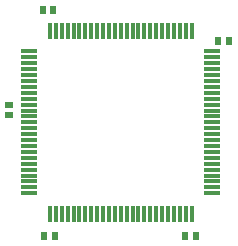
<source format=gtp>
G04*
G04 #@! TF.GenerationSoftware,Altium Limited,Altium Designer,21.8.1 (53)*
G04*
G04 Layer_Color=8421504*
%FSLAX25Y25*%
%MOIN*%
G70*
G04*
G04 #@! TF.SameCoordinates,602FFC17-E96E-42ED-876F-BF2310913D4F*
G04*
G04*
G04 #@! TF.FilePolarity,Positive*
G04*
G01*
G75*
%ADD15R,0.02362X0.02520*%
%ADD16R,0.02520X0.02362*%
%ADD17R,0.01181X0.05807*%
%ADD18R,0.05807X0.01181*%
D15*
X419968Y372600D02*
D03*
X423432D02*
D03*
X365000Y383000D02*
D03*
X361535D02*
D03*
X409000Y307500D02*
D03*
X412465D02*
D03*
X362035D02*
D03*
X365500D02*
D03*
D16*
X350400Y351300D02*
D03*
Y347835D02*
D03*
D17*
X363878Y375965D02*
D03*
X365846D02*
D03*
X367815D02*
D03*
X369783D02*
D03*
X371752D02*
D03*
X373720D02*
D03*
X375689D02*
D03*
X377657D02*
D03*
X379626D02*
D03*
X381594D02*
D03*
X383563D02*
D03*
X385531D02*
D03*
X387500D02*
D03*
X389468D02*
D03*
X391437D02*
D03*
X393405D02*
D03*
X395374D02*
D03*
X397342D02*
D03*
X399311D02*
D03*
X401279D02*
D03*
X403248D02*
D03*
X405216D02*
D03*
X407185D02*
D03*
X409153D02*
D03*
X411122D02*
D03*
Y315035D02*
D03*
X409153D02*
D03*
X407185D02*
D03*
X405216D02*
D03*
X403248D02*
D03*
X401279D02*
D03*
X399311D02*
D03*
X397342D02*
D03*
X395374D02*
D03*
X393405D02*
D03*
X391437D02*
D03*
X389468D02*
D03*
X387500D02*
D03*
X385531D02*
D03*
X383563D02*
D03*
X381594D02*
D03*
X379626D02*
D03*
X377657D02*
D03*
X375689D02*
D03*
X373720D02*
D03*
X371752D02*
D03*
X369783D02*
D03*
X367815D02*
D03*
X365846D02*
D03*
X363878D02*
D03*
D18*
X417965Y369122D02*
D03*
Y367154D02*
D03*
Y365185D02*
D03*
Y363217D02*
D03*
Y361248D02*
D03*
Y359280D02*
D03*
Y357311D02*
D03*
Y355343D02*
D03*
Y353374D02*
D03*
Y351406D02*
D03*
Y349437D02*
D03*
Y347469D02*
D03*
Y345500D02*
D03*
Y343532D02*
D03*
Y341563D02*
D03*
Y339595D02*
D03*
Y337626D02*
D03*
Y335658D02*
D03*
Y333689D02*
D03*
Y331721D02*
D03*
Y329752D02*
D03*
Y327784D02*
D03*
Y325815D02*
D03*
Y323847D02*
D03*
Y321878D02*
D03*
X357035D02*
D03*
Y323847D02*
D03*
Y325815D02*
D03*
Y327784D02*
D03*
Y329752D02*
D03*
Y331721D02*
D03*
Y333689D02*
D03*
Y335658D02*
D03*
Y337626D02*
D03*
Y339595D02*
D03*
Y341563D02*
D03*
Y343532D02*
D03*
Y345500D02*
D03*
Y347469D02*
D03*
Y349437D02*
D03*
Y351406D02*
D03*
Y353374D02*
D03*
Y355343D02*
D03*
Y357311D02*
D03*
Y359280D02*
D03*
Y361248D02*
D03*
Y363217D02*
D03*
Y365185D02*
D03*
Y367154D02*
D03*
Y369122D02*
D03*
M02*

</source>
